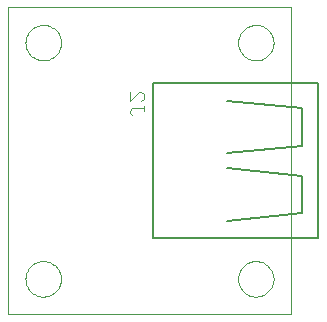
<source format=gbo>
G75*
G70*
%OFA0B0*%
%FSLAX24Y24*%
%IPPOS*%
%LPD*%
%AMOC8*
5,1,8,0,0,1.08239X$1,22.5*
%
%ADD10C,0.0000*%
%ADD11C,0.0050*%
%ADD12C,0.0040*%
D10*
X005590Y003256D02*
X005590Y013492D01*
X015039Y013492D01*
X015039Y003256D01*
X005590Y003256D01*
X006180Y004437D02*
X006182Y004485D01*
X006188Y004533D01*
X006198Y004580D01*
X006211Y004626D01*
X006229Y004671D01*
X006249Y004715D01*
X006274Y004757D01*
X006302Y004796D01*
X006332Y004833D01*
X006366Y004867D01*
X006403Y004899D01*
X006441Y004928D01*
X006482Y004953D01*
X006525Y004975D01*
X006570Y004993D01*
X006616Y005007D01*
X006663Y005018D01*
X006711Y005025D01*
X006759Y005028D01*
X006807Y005027D01*
X006855Y005022D01*
X006903Y005013D01*
X006949Y005001D01*
X006994Y004984D01*
X007038Y004964D01*
X007080Y004941D01*
X007120Y004914D01*
X007158Y004884D01*
X007193Y004851D01*
X007225Y004815D01*
X007255Y004777D01*
X007281Y004736D01*
X007303Y004693D01*
X007323Y004649D01*
X007338Y004604D01*
X007350Y004557D01*
X007358Y004509D01*
X007362Y004461D01*
X007362Y004413D01*
X007358Y004365D01*
X007350Y004317D01*
X007338Y004270D01*
X007323Y004225D01*
X007303Y004181D01*
X007281Y004138D01*
X007255Y004097D01*
X007225Y004059D01*
X007193Y004023D01*
X007158Y003990D01*
X007120Y003960D01*
X007080Y003933D01*
X007038Y003910D01*
X006994Y003890D01*
X006949Y003873D01*
X006903Y003861D01*
X006855Y003852D01*
X006807Y003847D01*
X006759Y003846D01*
X006711Y003849D01*
X006663Y003856D01*
X006616Y003867D01*
X006570Y003881D01*
X006525Y003899D01*
X006482Y003921D01*
X006441Y003946D01*
X006403Y003975D01*
X006366Y004007D01*
X006332Y004041D01*
X006302Y004078D01*
X006274Y004117D01*
X006249Y004159D01*
X006229Y004203D01*
X006211Y004248D01*
X006198Y004294D01*
X006188Y004341D01*
X006182Y004389D01*
X006180Y004437D01*
X013267Y004437D02*
X013269Y004485D01*
X013275Y004533D01*
X013285Y004580D01*
X013298Y004626D01*
X013316Y004671D01*
X013336Y004715D01*
X013361Y004757D01*
X013389Y004796D01*
X013419Y004833D01*
X013453Y004867D01*
X013490Y004899D01*
X013528Y004928D01*
X013569Y004953D01*
X013612Y004975D01*
X013657Y004993D01*
X013703Y005007D01*
X013750Y005018D01*
X013798Y005025D01*
X013846Y005028D01*
X013894Y005027D01*
X013942Y005022D01*
X013990Y005013D01*
X014036Y005001D01*
X014081Y004984D01*
X014125Y004964D01*
X014167Y004941D01*
X014207Y004914D01*
X014245Y004884D01*
X014280Y004851D01*
X014312Y004815D01*
X014342Y004777D01*
X014368Y004736D01*
X014390Y004693D01*
X014410Y004649D01*
X014425Y004604D01*
X014437Y004557D01*
X014445Y004509D01*
X014449Y004461D01*
X014449Y004413D01*
X014445Y004365D01*
X014437Y004317D01*
X014425Y004270D01*
X014410Y004225D01*
X014390Y004181D01*
X014368Y004138D01*
X014342Y004097D01*
X014312Y004059D01*
X014280Y004023D01*
X014245Y003990D01*
X014207Y003960D01*
X014167Y003933D01*
X014125Y003910D01*
X014081Y003890D01*
X014036Y003873D01*
X013990Y003861D01*
X013942Y003852D01*
X013894Y003847D01*
X013846Y003846D01*
X013798Y003849D01*
X013750Y003856D01*
X013703Y003867D01*
X013657Y003881D01*
X013612Y003899D01*
X013569Y003921D01*
X013528Y003946D01*
X013490Y003975D01*
X013453Y004007D01*
X013419Y004041D01*
X013389Y004078D01*
X013361Y004117D01*
X013336Y004159D01*
X013316Y004203D01*
X013298Y004248D01*
X013285Y004294D01*
X013275Y004341D01*
X013269Y004389D01*
X013267Y004437D01*
X013267Y012311D02*
X013269Y012359D01*
X013275Y012407D01*
X013285Y012454D01*
X013298Y012500D01*
X013316Y012545D01*
X013336Y012589D01*
X013361Y012631D01*
X013389Y012670D01*
X013419Y012707D01*
X013453Y012741D01*
X013490Y012773D01*
X013528Y012802D01*
X013569Y012827D01*
X013612Y012849D01*
X013657Y012867D01*
X013703Y012881D01*
X013750Y012892D01*
X013798Y012899D01*
X013846Y012902D01*
X013894Y012901D01*
X013942Y012896D01*
X013990Y012887D01*
X014036Y012875D01*
X014081Y012858D01*
X014125Y012838D01*
X014167Y012815D01*
X014207Y012788D01*
X014245Y012758D01*
X014280Y012725D01*
X014312Y012689D01*
X014342Y012651D01*
X014368Y012610D01*
X014390Y012567D01*
X014410Y012523D01*
X014425Y012478D01*
X014437Y012431D01*
X014445Y012383D01*
X014449Y012335D01*
X014449Y012287D01*
X014445Y012239D01*
X014437Y012191D01*
X014425Y012144D01*
X014410Y012099D01*
X014390Y012055D01*
X014368Y012012D01*
X014342Y011971D01*
X014312Y011933D01*
X014280Y011897D01*
X014245Y011864D01*
X014207Y011834D01*
X014167Y011807D01*
X014125Y011784D01*
X014081Y011764D01*
X014036Y011747D01*
X013990Y011735D01*
X013942Y011726D01*
X013894Y011721D01*
X013846Y011720D01*
X013798Y011723D01*
X013750Y011730D01*
X013703Y011741D01*
X013657Y011755D01*
X013612Y011773D01*
X013569Y011795D01*
X013528Y011820D01*
X013490Y011849D01*
X013453Y011881D01*
X013419Y011915D01*
X013389Y011952D01*
X013361Y011991D01*
X013336Y012033D01*
X013316Y012077D01*
X013298Y012122D01*
X013285Y012168D01*
X013275Y012215D01*
X013269Y012263D01*
X013267Y012311D01*
X006180Y012311D02*
X006182Y012359D01*
X006188Y012407D01*
X006198Y012454D01*
X006211Y012500D01*
X006229Y012545D01*
X006249Y012589D01*
X006274Y012631D01*
X006302Y012670D01*
X006332Y012707D01*
X006366Y012741D01*
X006403Y012773D01*
X006441Y012802D01*
X006482Y012827D01*
X006525Y012849D01*
X006570Y012867D01*
X006616Y012881D01*
X006663Y012892D01*
X006711Y012899D01*
X006759Y012902D01*
X006807Y012901D01*
X006855Y012896D01*
X006903Y012887D01*
X006949Y012875D01*
X006994Y012858D01*
X007038Y012838D01*
X007080Y012815D01*
X007120Y012788D01*
X007158Y012758D01*
X007193Y012725D01*
X007225Y012689D01*
X007255Y012651D01*
X007281Y012610D01*
X007303Y012567D01*
X007323Y012523D01*
X007338Y012478D01*
X007350Y012431D01*
X007358Y012383D01*
X007362Y012335D01*
X007362Y012287D01*
X007358Y012239D01*
X007350Y012191D01*
X007338Y012144D01*
X007323Y012099D01*
X007303Y012055D01*
X007281Y012012D01*
X007255Y011971D01*
X007225Y011933D01*
X007193Y011897D01*
X007158Y011864D01*
X007120Y011834D01*
X007080Y011807D01*
X007038Y011784D01*
X006994Y011764D01*
X006949Y011747D01*
X006903Y011735D01*
X006855Y011726D01*
X006807Y011721D01*
X006759Y011720D01*
X006711Y011723D01*
X006663Y011730D01*
X006616Y011741D01*
X006570Y011755D01*
X006525Y011773D01*
X006482Y011795D01*
X006441Y011820D01*
X006403Y011849D01*
X006366Y011881D01*
X006332Y011915D01*
X006302Y011952D01*
X006274Y011991D01*
X006249Y012033D01*
X006229Y012077D01*
X006211Y012122D01*
X006198Y012168D01*
X006188Y012215D01*
X006182Y012263D01*
X006180Y012311D01*
D11*
X010434Y010959D02*
X015939Y010959D01*
X015939Y010924D02*
X015939Y005824D01*
X015939Y005789D02*
X010434Y005789D01*
X010429Y005814D02*
X010429Y010934D01*
X012889Y010374D02*
X015389Y010124D01*
X015389Y008874D01*
X012889Y008624D01*
X012889Y008124D02*
X015389Y007874D01*
X015389Y006624D01*
X012889Y006374D01*
D12*
X009736Y009894D02*
X009659Y009970D01*
X009659Y010047D01*
X009736Y010124D01*
X010120Y010124D01*
X010120Y010047D02*
X010120Y010201D01*
X010043Y010354D02*
X010120Y010431D01*
X010120Y010584D01*
X010043Y010661D01*
X009966Y010661D01*
X009659Y010354D01*
X009659Y010661D01*
M02*

</source>
